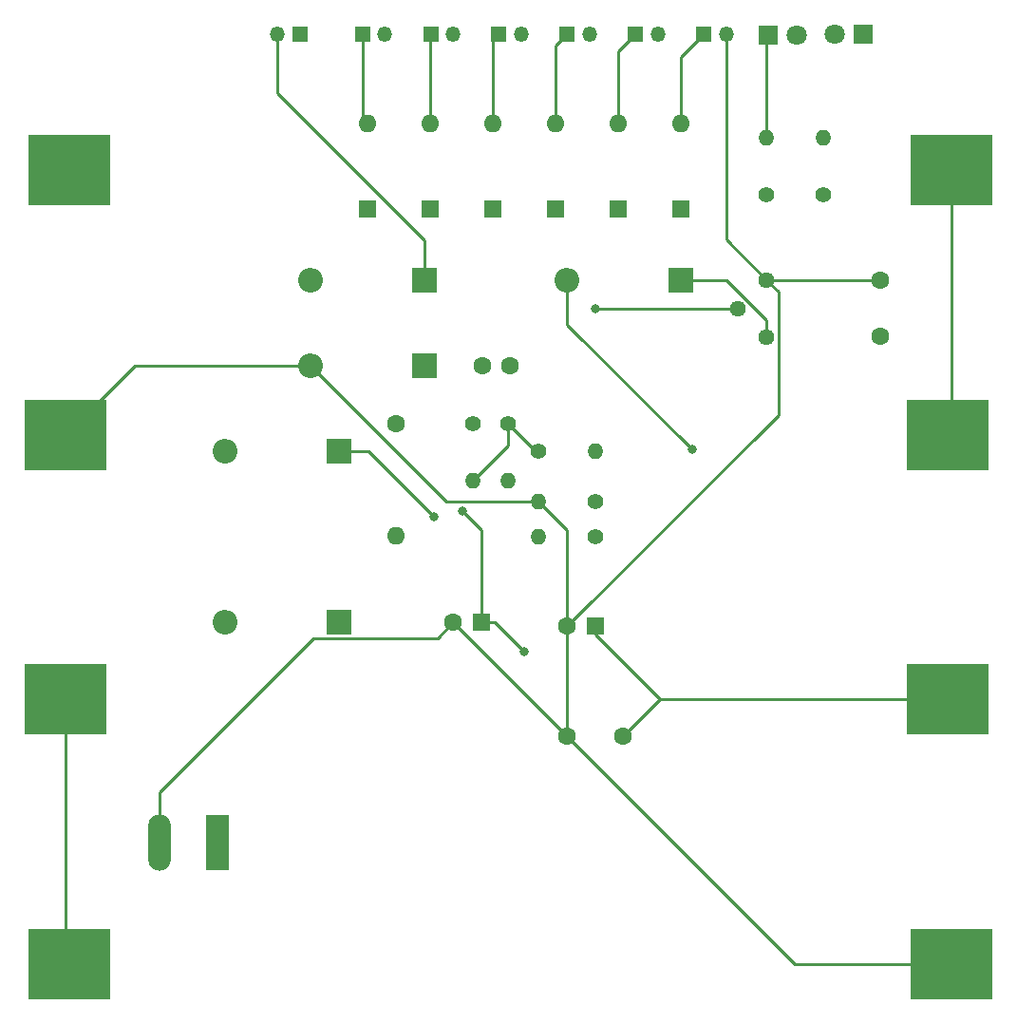
<source format=gbr>
%TF.GenerationSoftware,KiCad,Pcbnew,8.0.3-8.0.3-0~ubuntu22.04.1*%
%TF.CreationDate,2024-06-19T22:47:49+05:30*%
%TF.ProjectId,eps,6570732e-6b69-4636-9164-5f7063625858,rev?*%
%TF.SameCoordinates,Original*%
%TF.FileFunction,Copper,L1,Top*%
%TF.FilePolarity,Positive*%
%FSLAX46Y46*%
G04 Gerber Fmt 4.6, Leading zero omitted, Abs format (unit mm)*
G04 Created by KiCad (PCBNEW 8.0.3-8.0.3-0~ubuntu22.04.1) date 2024-06-19 22:47:49*
%MOMM*%
%LPD*%
G01*
G04 APERTURE LIST*
%TA.AperFunction,SMDPad,CuDef*%
%ADD10R,7.340000X6.350000*%
%TD*%
%TA.AperFunction,ComponentPad*%
%ADD11R,1.600000X1.600000*%
%TD*%
%TA.AperFunction,ComponentPad*%
%ADD12O,1.600000X1.600000*%
%TD*%
%TA.AperFunction,ComponentPad*%
%ADD13R,1.350000X1.350000*%
%TD*%
%TA.AperFunction,ComponentPad*%
%ADD14O,1.350000X1.350000*%
%TD*%
%TA.AperFunction,ComponentPad*%
%ADD15C,1.600000*%
%TD*%
%TA.AperFunction,ComponentPad*%
%ADD16R,2.020000X5.020000*%
%TD*%
%TA.AperFunction,ComponentPad*%
%ADD17O,2.020000X5.020000*%
%TD*%
%TA.AperFunction,ComponentPad*%
%ADD18O,1.400000X1.400000*%
%TD*%
%TA.AperFunction,ComponentPad*%
%ADD19C,1.400000*%
%TD*%
%TA.AperFunction,ComponentPad*%
%ADD20R,2.200000X2.200000*%
%TD*%
%TA.AperFunction,ComponentPad*%
%ADD21O,2.200000X2.200000*%
%TD*%
%TA.AperFunction,ComponentPad*%
%ADD22C,1.440000*%
%TD*%
%TA.AperFunction,ComponentPad*%
%ADD23R,1.800000X1.800000*%
%TD*%
%TA.AperFunction,ComponentPad*%
%ADD24C,1.800000*%
%TD*%
%TA.AperFunction,ViaPad*%
%ADD25C,0.800000*%
%TD*%
%TA.AperFunction,Conductor*%
%ADD26C,0.250000*%
%TD*%
G04 APERTURE END LIST*
D10*
%TO.P,BT2,1,+*%
%TO.N,Net-(BT1-+)*%
X183770000Y-93260000D03*
%TO.P,BT2,2,-*%
%TO.N,Net-(BT2--)*%
X105110000Y-93260000D03*
%TD*%
%TO.P,BT1,1,+*%
%TO.N,Net-(BT1-+)*%
X105450000Y-46100000D03*
%TO.P,BT1,2,-*%
%TO.N,Net-(BT1--)*%
X184110000Y-46100000D03*
%TD*%
%TO.P,BT4,1,+*%
%TO.N,Net-(BT2--)*%
X105450000Y-116840000D03*
%TO.P,BT4,2,-*%
%TO.N,GND*%
X184110000Y-116840000D03*
%TD*%
%TO.P,BT3,1,+*%
%TO.N,Net-(BT1--)*%
X183770000Y-69680000D03*
%TO.P,BT3,2,-*%
%TO.N,GND*%
X105110000Y-69680000D03*
%TD*%
D11*
%TO.P,D6,1,K*%
%TO.N,/BatteryCharger/in*%
X160020000Y-49530000D03*
D12*
%TO.P,D6,2,A*%
%TO.N,Net-(D6-A)*%
X160020000Y-41910000D03*
%TD*%
D13*
%TO.P,SC4,1,+*%
%TO.N,Net-(D4-A)*%
X149862500Y-34000000D03*
D14*
%TO.P,SC4,2,-*%
%TO.N,GND*%
X151862500Y-34000000D03*
%TD*%
D13*
%TO.P,J2,1,Pin_1*%
%TO.N,GND*%
X126000000Y-34000000D03*
D14*
%TO.P,J2,2,Pin_2*%
%TO.N,/BatteryCharger/load*%
X124000000Y-34000000D03*
%TD*%
D15*
%TO.P,L1,1,1*%
%TO.N,Net-(D8-K)*%
X134620000Y-68660000D03*
D12*
%TO.P,L1,2,2*%
%TO.N,Net-(U1-SENSE)*%
X134620000Y-78660000D03*
%TD*%
D16*
%TO.P,J1,1*%
%TO.N,Net-(D7-A)*%
X118680000Y-106000000D03*
D17*
%TO.P,J1,2*%
%TO.N,GND*%
X113500000Y-106000000D03*
%TD*%
D18*
%TO.P,R4,2*%
%TO.N,Net-(BT1-+)*%
X141440000Y-73750000D03*
D19*
%TO.P,R4,1*%
%TO.N,Net-(U1-SENSE)*%
X141440000Y-68670000D03*
%TD*%
D15*
%TO.P,C1,1*%
%TO.N,/BatteryCharger/in*%
X177800000Y-60880000D03*
%TO.P,C1,2*%
%TO.N,GND*%
X177800000Y-55880000D03*
%TD*%
D20*
%TO.P,D13,1,K*%
%TO.N,/BatteryCharger/load*%
X129540000Y-86360000D03*
D21*
%TO.P,D13,2,A*%
%TO.N,Net-(BT1-+)*%
X119380000Y-86360000D03*
%TD*%
D19*
%TO.P,R6,1*%
%TO.N,Net-(R1-Pad2)*%
X152400000Y-75590000D03*
D18*
%TO.P,R6,2*%
%TO.N,GND*%
X147320000Y-75590000D03*
%TD*%
D19*
%TO.P,R1,1*%
%TO.N,Net-(BT1-+)*%
X147320000Y-71120000D03*
D18*
%TO.P,R1,2*%
%TO.N,Net-(R1-Pad2)*%
X152400000Y-71120000D03*
%TD*%
D11*
%TO.P,C2,1*%
%TO.N,Net-(BT1-+)*%
X152360000Y-86750000D03*
D15*
%TO.P,C2,2*%
%TO.N,GND*%
X149860000Y-86750000D03*
%TD*%
D11*
%TO.P,C5,1*%
%TO.N,Net-(BT1-+)*%
X142200000Y-86360000D03*
D15*
%TO.P,C5,2*%
%TO.N,GND*%
X139700000Y-86360000D03*
%TD*%
D22*
%TO.P,RV1,1,1*%
%TO.N,/BatteryCharger/in*%
X167640000Y-60960000D03*
%TO.P,RV1,2,2*%
%TO.N,Net-(U1-V_{IN_REG})*%
X165100000Y-58420000D03*
%TO.P,RV1,3,3*%
%TO.N,GND*%
X167640000Y-55880000D03*
%TD*%
D19*
%TO.P,R5,1*%
%TO.N,Net-(BT1-+)*%
X144590000Y-68670000D03*
D18*
%TO.P,R5,2*%
%TO.N,Net-(U1-SENSE)*%
X144590000Y-73750000D03*
%TD*%
D20*
%TO.P,D7,1,K*%
%TO.N,/BatteryCharger/in*%
X160020000Y-55880000D03*
D21*
%TO.P,D7,2,A*%
%TO.N,Net-(D7-A)*%
X149860000Y-55880000D03*
%TD*%
D20*
%TO.P,D11,1,K*%
%TO.N,Net-(D11-K)*%
X129540000Y-71120000D03*
D21*
%TO.P,D11,2,A*%
%TO.N,Net-(BT1-+)*%
X119380000Y-71120000D03*
%TD*%
D11*
%TO.P,D2,1,K*%
%TO.N,/BatteryCharger/in*%
X137668000Y-49530000D03*
D12*
%TO.P,D2,2,A*%
%TO.N,Net-(D2-A)*%
X137668000Y-41910000D03*
%TD*%
D19*
%TO.P,R7,1*%
%TO.N,Net-(U1-V_{FB})*%
X152400000Y-78740000D03*
D18*
%TO.P,R7,2*%
%TO.N,Net-(R1-Pad2)*%
X147320000Y-78740000D03*
%TD*%
D20*
%TO.P,D12,1,K*%
%TO.N,/BatteryCharger/load*%
X137160000Y-55880000D03*
D21*
%TO.P,D12,2,A*%
%TO.N,/BatteryCharger/in*%
X127000000Y-55880000D03*
%TD*%
D11*
%TO.P,D3,1,K*%
%TO.N,/BatteryCharger/in*%
X143256000Y-49530000D03*
D12*
%TO.P,D3,2,A*%
%TO.N,Net-(D3-A)*%
X143256000Y-41910000D03*
%TD*%
D11*
%TO.P,D4,1,K*%
%TO.N,/BatteryCharger/in*%
X148844000Y-49530000D03*
D12*
%TO.P,D4,2,A*%
%TO.N,Net-(D4-A)*%
X148844000Y-41910000D03*
%TD*%
D13*
%TO.P,SC3,1,+*%
%TO.N,Net-(D3-A)*%
X143771875Y-34000000D03*
D14*
%TO.P,SC3,2,-*%
%TO.N,GND*%
X145771875Y-34000000D03*
%TD*%
D19*
%TO.P,R3,1*%
%TO.N,/BatteryCharger/chrg*%
X167640000Y-48260000D03*
D18*
%TO.P,R3,2*%
%TO.N,Net-(D10-K)*%
X167640000Y-43180000D03*
%TD*%
D11*
%TO.P,D5,1,K*%
%TO.N,/BatteryCharger/in*%
X154432000Y-49530000D03*
D12*
%TO.P,D5,2,A*%
%TO.N,Net-(D5-A)*%
X154432000Y-41910000D03*
%TD*%
D20*
%TO.P,D8,1,K*%
%TO.N,Net-(D8-K)*%
X137160000Y-63500000D03*
D21*
%TO.P,D8,2,A*%
%TO.N,GND*%
X127000000Y-63500000D03*
%TD*%
D13*
%TO.P,SC6,1,+*%
%TO.N,Net-(D6-A)*%
X162043750Y-34000000D03*
D14*
%TO.P,SC6,2,-*%
%TO.N,GND*%
X164043750Y-34000000D03*
%TD*%
D15*
%TO.P,C4,1*%
%TO.N,Net-(BT1-+)*%
X154860000Y-96520000D03*
%TO.P,C4,2*%
%TO.N,GND*%
X149860000Y-96520000D03*
%TD*%
D13*
%TO.P,SC2,1,+*%
%TO.N,Net-(D2-A)*%
X137681250Y-34000000D03*
D14*
%TO.P,SC2,2,-*%
%TO.N,GND*%
X139681250Y-34000000D03*
%TD*%
D15*
%TO.P,C3,1*%
%TO.N,Net-(D11-K)*%
X144780000Y-63500000D03*
%TO.P,C3,2*%
%TO.N,Net-(D8-K)*%
X142280000Y-63500000D03*
%TD*%
D13*
%TO.P,SC5,1,+*%
%TO.N,Net-(D5-A)*%
X155953125Y-34000000D03*
D14*
%TO.P,SC5,2,-*%
%TO.N,GND*%
X157953125Y-34000000D03*
%TD*%
D23*
%TO.P,D10,1,K*%
%TO.N,Net-(D10-K)*%
X167784375Y-34060000D03*
D24*
%TO.P,D10,2,A*%
%TO.N,/BatteryCharger/in*%
X170324375Y-34060000D03*
%TD*%
D19*
%TO.P,R2,1*%
%TO.N,/BatteryCharger/fault*%
X172720000Y-48260000D03*
D18*
%TO.P,R2,2*%
%TO.N,Net-(D9-K)*%
X172720000Y-43180000D03*
%TD*%
D11*
%TO.P,D1,1,K*%
%TO.N,/BatteryCharger/in*%
X132080000Y-49530000D03*
D12*
%TO.P,D1,2,A*%
%TO.N,Net-(D1-A)*%
X132080000Y-41910000D03*
%TD*%
D13*
%TO.P,SC1,1,+*%
%TO.N,Net-(D1-A)*%
X131590625Y-34000000D03*
D14*
%TO.P,SC1,2,-*%
%TO.N,GND*%
X133590625Y-34000000D03*
%TD*%
D23*
%TO.P,D9,1,K*%
%TO.N,Net-(D9-K)*%
X176275000Y-34000000D03*
D24*
%TO.P,D9,2,A*%
%TO.N,/BatteryCharger/in*%
X173735000Y-34000000D03*
%TD*%
D25*
%TO.N,Net-(BT1-+)*%
X140500000Y-76500000D03*
X146000000Y-89000000D03*
%TO.N,Net-(D11-K)*%
X138000000Y-77000000D03*
%TO.N,Net-(D7-A)*%
X161000000Y-71000000D03*
%TO.N,Net-(BT1-+)*%
X105450000Y-46100000D03*
X105450000Y-46100000D03*
%TO.N,Net-(U1-V_{IN_REG})*%
X152400000Y-58420000D03*
%TD*%
D26*
%TO.N,/BatteryCharger/in*%
X160020000Y-55880000D02*
X164037854Y-55880000D01*
X164037854Y-55880000D02*
X167640000Y-59482146D01*
X167640000Y-59482146D02*
X167640000Y-60960000D01*
%TO.N,Net-(BT1-+)*%
X144590000Y-68670000D02*
X147040000Y-71120000D01*
X147040000Y-71120000D02*
X147320000Y-71120000D01*
X144590000Y-68670000D02*
X144590000Y-70600000D01*
X144590000Y-70600000D02*
X141440000Y-73750000D01*
X142200000Y-78200000D02*
X140500000Y-76500000D01*
X142200000Y-86360000D02*
X142200000Y-78200000D01*
X146000000Y-89000000D02*
X143360000Y-86360000D01*
X143360000Y-86360000D02*
X142200000Y-86360000D01*
X152360000Y-86750000D02*
X152360000Y-87500000D01*
X152360000Y-87500000D02*
X158120000Y-93260000D01*
%TO.N,Net-(D11-K)*%
X132120000Y-71120000D02*
X138000000Y-77000000D01*
X129540000Y-71120000D02*
X132120000Y-71120000D01*
%TO.N,GND*%
X139700000Y-86360000D02*
X138275000Y-87785000D01*
X138275000Y-87785000D02*
X127215000Y-87785000D01*
X127215000Y-87785000D02*
X113500000Y-101500000D01*
X113500000Y-101500000D02*
X113500000Y-106000000D01*
%TO.N,Net-(D7-A)*%
X149860000Y-59860000D02*
X161000000Y-71000000D01*
X149860000Y-55880000D02*
X149860000Y-59860000D01*
%TO.N,Net-(BT1-+)*%
X105450000Y-46100000D02*
X106680000Y-47330000D01*
X158120000Y-93260000D02*
X154860000Y-96520000D01*
X183770000Y-93260000D02*
X158120000Y-93260000D01*
X106680000Y-47330000D02*
X106680000Y-48260000D01*
%TO.N,Net-(BT1--)*%
X184110000Y-46100000D02*
X184110000Y-69340000D01*
X184110000Y-69340000D02*
X183770000Y-69680000D01*
%TO.N,Net-(BT2--)*%
X105110000Y-93260000D02*
X105110000Y-116500000D01*
X105110000Y-116500000D02*
X105450000Y-116840000D01*
%TO.N,GND*%
X149860000Y-96520000D02*
X170180000Y-116840000D01*
X149860000Y-78130000D02*
X147320000Y-75590000D01*
X111290000Y-63500000D02*
X105110000Y-69680000D01*
X105110000Y-68520000D02*
X105110000Y-69680000D01*
X170180000Y-116840000D02*
X184110000Y-116840000D01*
X167640000Y-55880000D02*
X168685000Y-56925000D01*
X149860000Y-86750000D02*
X149860000Y-78130000D01*
X167640000Y-55880000D02*
X164043750Y-52283750D01*
X164043750Y-52283750D02*
X164043750Y-34000000D01*
X149860000Y-86750000D02*
X149860000Y-96520000D01*
X139090000Y-75590000D02*
X127000000Y-63500000D01*
X168685000Y-67925000D02*
X149860000Y-86750000D01*
X168685000Y-56925000D02*
X168685000Y-67925000D01*
X127000000Y-63500000D02*
X111290000Y-63500000D01*
X149860000Y-96520000D02*
X139700000Y-86360000D01*
X177800000Y-55880000D02*
X167640000Y-55880000D01*
X147320000Y-75590000D02*
X139090000Y-75590000D01*
%TO.N,Net-(D1-A)*%
X131590625Y-41420625D02*
X132080000Y-41910000D01*
X131590625Y-34000000D02*
X131590625Y-41420625D01*
%TO.N,Net-(D2-A)*%
X137884000Y-41694000D02*
X137668000Y-41910000D01*
X137668000Y-34013250D02*
X137681250Y-34000000D01*
X137668000Y-41910000D02*
X137668000Y-34013250D01*
%TO.N,Net-(D3-A)*%
X143256000Y-41910000D02*
X143256000Y-34515875D01*
X143256000Y-34515875D02*
X143771875Y-34000000D01*
%TO.N,Net-(D4-A)*%
X148844000Y-35018500D02*
X149862500Y-34000000D01*
X148844000Y-41910000D02*
X148844000Y-35018500D01*
%TO.N,Net-(D5-A)*%
X154432000Y-41910000D02*
X154432000Y-35521125D01*
X154432000Y-35521125D02*
X155953125Y-34000000D01*
%TO.N,Net-(D6-A)*%
X160020000Y-36023750D02*
X162043750Y-34000000D01*
X160020000Y-41910000D02*
X160020000Y-36023750D01*
%TO.N,Net-(D10-K)*%
X167640000Y-43180000D02*
X167640000Y-34204375D01*
X167640000Y-34204375D02*
X167784375Y-34060000D01*
%TO.N,/BatteryCharger/load*%
X124000000Y-39200000D02*
X137160000Y-52360000D01*
X124000000Y-34000000D02*
X124000000Y-39200000D01*
X137160000Y-52360000D02*
X137160000Y-55880000D01*
%TO.N,Net-(U1-V_{IN_REG})*%
X152400000Y-58420000D02*
X165100000Y-58420000D01*
%TD*%
M02*

</source>
